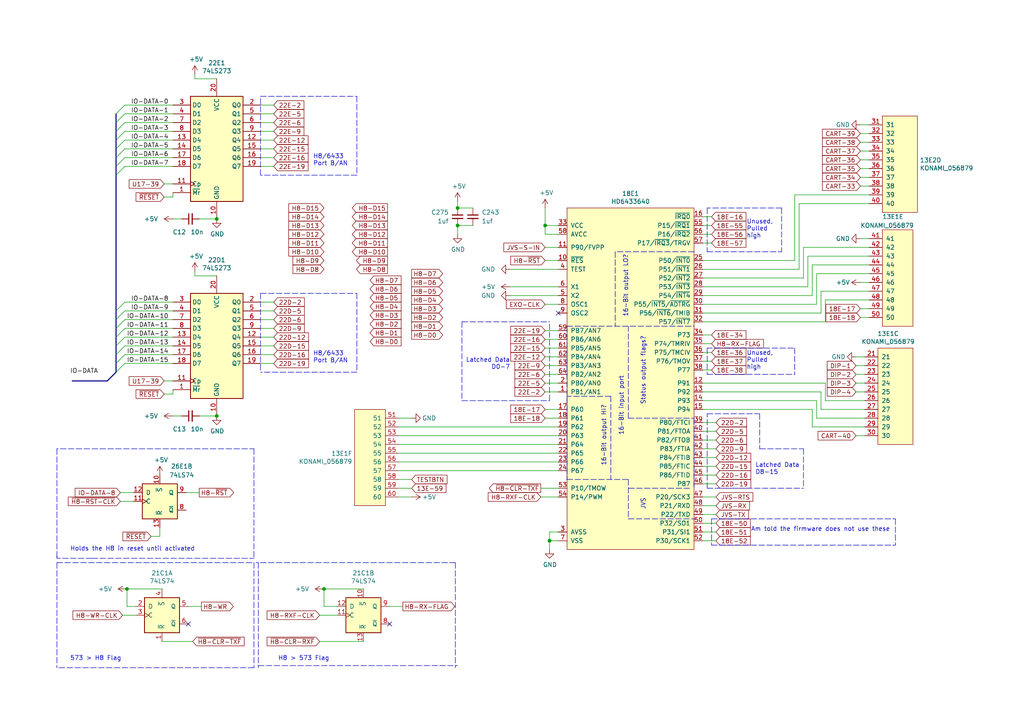
<source format=kicad_sch>
(kicad_sch (version 20211123) (generator eeschema)
  (paper "A4")
  (junction (at 159.385 156.845))
  (junction (at 132.715 60.325))
  (junction (at 36.83 170.815))
  (junction (at 93.98 170.815))
  (junction (at 158.115 65.405))
  (junction (at 62.865 63.5))
  (junction (at 62.865 120.65))
  (junction (at 132.715 65.405))
  (no_connect (at 161.925 90.805))
  (no_connect (at 113.03 180.975))
  (no_connect (at 54.61 180.975))
  (bus_entry (at 36.195 48.26) (size -2.54 2.54))
  (bus_entry (at 36.195 40.64) (size -2.54 2.54))
  (bus_entry (at 36.195 38.1) (size -2.54 2.54))
  (bus_entry (at 36.195 87.63) (size -2.54 2.54))
  (bus_entry (at 36.195 95.25) (size -2.54 2.54))
  (bus_entry (at 36.195 90.17) (size -2.54 2.54))
  (bus_entry (at 36.195 92.71) (size -2.54 2.54))
  (bus_entry (at 36.195 102.87) (size -2.54 2.54))
  (bus_entry (at 36.195 105.41) (size -2.54 2.54))
  (bus_entry (at 36.195 97.79) (size -2.54 2.54))
  (bus_entry (at 36.195 35.56) (size -2.54 2.54))
  (bus_entry (at 36.195 45.72) (size -2.54 2.54))
  (bus_entry (at 36.195 43.18) (size -2.54 2.54))
  (bus_entry (at 36.195 30.48) (size -2.54 2.54))
  (bus_entry (at 36.195 33.02) (size -2.54 2.54))
  (bus_entry (at 36.195 100.33) (size -2.54 2.54))
  (wire (pts (xy 233.045 71.755) (xy 233.045 80.645)))
  (wire (pts (xy 156.845 144.145) (xy 161.925 144.145)))
  (wire (pts (xy 203.835 97.155) (xy 206.375 97.155)))
  (wire (pts (xy 92.71 178.435) (xy 97.79 178.435)))
  (polyline (pts (xy 164.465 94.615) (xy 164.465 139.065)))
  (wire (pts (xy 203.835 127.635) (xy 207.645 127.635)))
  (wire (pts (xy 203.835 83.185) (xy 234.315 83.185)))
  (wire (pts (xy 75.565 102.87) (xy 79.375 102.87)))
  (wire (pts (xy 115.57 139.065) (xy 119.38 139.065)))
  (wire (pts (xy 50.165 105.41) (xy 36.195 105.41)))
  (wire (pts (xy 235.585 118.745) (xy 235.585 123.825)))
  (wire (pts (xy 161.925 154.305) (xy 159.385 154.305)))
  (wire (pts (xy 50.165 120.65) (xy 52.705 120.65)))
  (wire (pts (xy 203.835 132.715) (xy 207.645 132.715)))
  (wire (pts (xy 161.925 67.945) (xy 158.115 67.945)))
  (wire (pts (xy 147.955 85.725) (xy 161.925 85.725)))
  (wire (pts (xy 75.565 105.41) (xy 79.375 105.41)))
  (wire (pts (xy 203.835 137.795) (xy 207.645 137.795)))
  (wire (pts (xy 239.395 86.995) (xy 239.395 93.345)))
  (polyline (pts (xy 75.565 85.09) (xy 75.565 107.95)))
  (wire (pts (xy 158.115 100.965) (xy 161.925 100.965)))
  (wire (pts (xy 206.375 99.695) (xy 203.835 99.695)))
  (wire (pts (xy 158.115 121.285) (xy 161.925 121.285)))
  (wire (pts (xy 206.375 70.485) (xy 203.835 70.485)))
  (polyline (pts (xy 206.375 158.115) (xy 259.715 158.115)))
  (polyline (pts (xy 205.105 141.605) (xy 233.045 141.605)))
  (wire (pts (xy 53.975 142.875) (xy 57.785 142.875)))
  (polyline (pts (xy 75.565 27.94) (xy 103.505 27.94)))
  (wire (pts (xy 239.395 116.205) (xy 250.825 116.205)))
  (wire (pts (xy 75.565 95.25) (xy 79.375 95.25)))
  (polyline (pts (xy 26.035 130.175) (xy 16.51 130.175)))
  (polyline (pts (xy 178.435 73.025) (xy 178.435 94.615)))
  (wire (pts (xy 75.565 35.56) (xy 79.375 35.56)))
  (wire (pts (xy 249.555 48.895) (xy 252.095 48.895)))
  (polyline (pts (xy 177.165 114.935) (xy 177.165 139.065)))
  (wire (pts (xy 50.165 102.87) (xy 36.195 102.87)))
  (wire (pts (xy 203.835 125.095) (xy 207.645 125.095)))
  (polyline (pts (xy 205.105 120.015) (xy 220.345 120.015)))
  (wire (pts (xy 56.515 22.86) (xy 62.865 22.86)))
  (wire (pts (xy 248.285 103.505) (xy 250.825 103.505)))
  (wire (pts (xy 249.555 53.975) (xy 252.095 53.975)))
  (wire (pts (xy 158.115 103.505) (xy 161.925 103.505)))
  (polyline (pts (xy 164.465 94.615) (xy 201.295 94.615)))
  (wire (pts (xy 158.115 106.045) (xy 161.925 106.045)))
  (wire (pts (xy 50.165 43.18) (xy 36.195 43.18)))
  (wire (pts (xy 203.835 85.725) (xy 235.585 85.725)))
  (polyline (pts (xy 205.105 60.325) (xy 205.105 73.025)))
  (wire (pts (xy 203.835 75.565) (xy 230.505 75.565)))
  (polyline (pts (xy 16.51 161.925) (xy 16.51 161.29)))
  (wire (pts (xy 50.165 87.63) (xy 36.195 87.63)))
  (wire (pts (xy 203.835 62.865) (xy 206.375 62.865)))
  (polyline (pts (xy 205.105 100.965) (xy 205.105 108.585)))
  (wire (pts (xy 203.835 118.745) (xy 235.585 118.745)))
  (polyline (pts (xy 133.985 116.205) (xy 159.385 116.205)))
  (wire (pts (xy 35.56 178.435) (xy 39.37 178.435)))
  (wire (pts (xy 75.565 90.17) (xy 79.375 90.17)))
  (wire (pts (xy 119.38 121.285) (xy 115.57 121.285)))
  (wire (pts (xy 203.835 111.125) (xy 239.395 111.125)))
  (wire (pts (xy 75.565 48.26) (xy 79.375 48.26)))
  (wire (pts (xy 158.115 65.405) (xy 158.115 60.325)))
  (wire (pts (xy 207.645 146.685) (xy 203.835 146.685)))
  (polyline (pts (xy 220.345 120.015) (xy 220.345 130.175)))
  (wire (pts (xy 158.115 108.585) (xy 161.925 108.585)))
  (wire (pts (xy 203.835 93.345) (xy 239.395 93.345)))
  (wire (pts (xy 34.925 145.415) (xy 38.735 145.415)))
  (wire (pts (xy 249.555 92.075) (xy 252.095 92.075)))
  (bus (pts (xy 33.655 90.17) (xy 33.655 92.71)))
  (polyline (pts (xy 73.66 130.175) (xy 73.66 161.925)))
  (polyline (pts (xy 177.165 114.935) (xy 164.465 114.935)))
  (wire (pts (xy 207.645 151.765) (xy 203.835 151.765)))
  (wire (pts (xy 158.115 88.265) (xy 161.925 88.265)))
  (polyline (pts (xy 164.465 139.065) (xy 182.245 139.065)))
  (wire (pts (xy 158.115 98.425) (xy 161.925 98.425)))
  (bus (pts (xy 33.655 48.26) (xy 33.655 50.8)))
  (wire (pts (xy 203.835 149.225) (xy 207.645 149.225)))
  (polyline (pts (xy 75.565 85.09) (xy 103.505 85.09)))
  (wire (pts (xy 158.115 118.745) (xy 161.925 118.745)))
  (wire (pts (xy 231.775 59.055) (xy 231.775 78.105)))
  (wire (pts (xy 206.375 104.775) (xy 203.835 104.775)))
  (wire (pts (xy 249.555 46.355) (xy 252.095 46.355)))
  (wire (pts (xy 159.385 154.305) (xy 159.385 156.845)))
  (polyline (pts (xy 205.105 73.025) (xy 226.695 73.025)))
  (wire (pts (xy 147.955 78.105) (xy 161.925 78.105)))
  (wire (pts (xy 159.385 156.845) (xy 161.925 156.845)))
  (wire (pts (xy 238.125 118.745) (xy 250.825 118.745)))
  (polyline (pts (xy 182.245 121.285) (xy 201.295 121.285)))
  (wire (pts (xy 46.355 155.575) (xy 46.355 153.035)))
  (wire (pts (xy 239.395 111.125) (xy 239.395 116.205)))
  (wire (pts (xy 50.165 92.71) (xy 36.195 92.71)))
  (polyline (pts (xy 182.245 139.065) (xy 182.245 150.495)))
  (bus (pts (xy 33.655 100.33) (xy 33.655 102.87)))
  (wire (pts (xy 50.165 33.02) (xy 36.195 33.02)))
  (polyline (pts (xy 205.105 141.605) (xy 205.105 120.015)))
  (polyline (pts (xy 201.295 73.025) (xy 178.435 73.025)))
  (wire (pts (xy 203.835 130.175) (xy 207.645 130.175)))
  (wire (pts (xy 47.625 53.34) (xy 50.165 53.34)))
  (bus (pts (xy 33.655 43.18) (xy 33.655 45.72)))
  (polyline (pts (xy 226.695 60.325) (xy 226.695 73.025)))
  (bus (pts (xy 33.655 45.72) (xy 33.655 48.26)))
  (wire (pts (xy 230.505 56.515) (xy 230.505 75.565)))
  (bus (pts (xy 33.655 102.87) (xy 33.655 105.41)))
  (wire (pts (xy 159.385 159.385) (xy 159.385 156.845)))
  (wire (pts (xy 203.835 102.235) (xy 206.375 102.235)))
  (wire (pts (xy 158.115 111.125) (xy 161.925 111.125)))
  (wire (pts (xy 132.715 65.405) (xy 132.715 67.945)))
  (polyline (pts (xy 200.025 141.605) (xy 182.245 141.605)))
  (polyline (pts (xy 16.51 163.195) (xy 73.66 163.195)))
  (wire (pts (xy 47.625 110.49) (xy 50.165 110.49)))
  (wire (pts (xy 47.625 57.15) (xy 50.165 57.15)))
  (bus (pts (xy 33.655 40.64) (xy 33.655 43.18)))
  (polyline (pts (xy 226.695 60.325) (xy 205.105 60.325)))
  (wire (pts (xy 156.845 141.605) (xy 161.925 141.605)))
  (polyline (pts (xy 259.715 150.495) (xy 259.715 158.115)))
  (wire (pts (xy 115.57 131.445) (xy 161.925 131.445)))
  (polyline (pts (xy 205.105 108.585) (xy 230.505 108.585)))
  (wire (pts (xy 56.515 80.01) (xy 62.865 80.01)))
  (polyline (pts (xy 103.505 50.8) (xy 75.565 50.8)))
  (wire (pts (xy 158.115 113.665) (xy 161.925 113.665)))
  (bus (pts (xy 33.655 95.25) (xy 33.655 97.79)))
  (wire (pts (xy 50.165 90.17) (xy 36.195 90.17)))
  (wire (pts (xy 50.165 35.56) (xy 36.195 35.56)))
  (wire (pts (xy 36.83 170.815) (xy 46.99 170.815)))
  (wire (pts (xy 203.835 135.255) (xy 207.645 135.255)))
  (wire (pts (xy 137.16 65.405) (xy 132.715 65.405)))
  (polyline (pts (xy 26.67 161.925) (xy 16.51 161.925)))
  (wire (pts (xy 119.38 144.145) (xy 115.57 144.145)))
  (wire (pts (xy 50.165 45.72) (xy 36.195 45.72)))
  (wire (pts (xy 56.515 78.74) (xy 56.515 80.01)))
  (wire (pts (xy 203.835 156.845) (xy 207.645 156.845)))
  (polyline (pts (xy 75.565 50.8) (xy 75.565 27.94)))
  (wire (pts (xy 249.555 69.215) (xy 252.095 69.215)))
  (polyline (pts (xy 103.505 27.94) (xy 103.505 50.8)))
  (wire (pts (xy 238.125 113.665) (xy 238.125 118.745)))
  (bus (pts (xy 20.955 110.49) (xy 31.115 110.49)))
  (polyline (pts (xy 26.67 130.175) (xy 73.66 130.175)))
  (wire (pts (xy 115.57 133.985) (xy 161.925 133.985)))
  (wire (pts (xy 50.165 97.79) (xy 36.195 97.79)))
  (polyline (pts (xy 132.08 163.195) (xy 132.08 193.675)))
  (wire (pts (xy 92.71 186.055) (xy 105.41 186.055)))
  (wire (pts (xy 203.835 122.555) (xy 207.645 122.555)))
  (wire (pts (xy 249.555 38.735) (xy 252.095 38.735)))
  (wire (pts (xy 252.095 76.835) (xy 235.585 76.835)))
  (wire (pts (xy 75.565 43.18) (xy 79.375 43.18)))
  (wire (pts (xy 50.165 38.1) (xy 36.195 38.1)))
  (wire (pts (xy 75.565 45.72) (xy 79.375 45.72)))
  (polyline (pts (xy 182.245 121.285) (xy 182.245 94.615)))
  (wire (pts (xy 62.865 63.5) (xy 57.785 63.5)))
  (wire (pts (xy 203.835 88.265) (xy 236.855 88.265)))
  (bus (pts (xy 33.655 33.02) (xy 33.655 35.56)))
  (wire (pts (xy 43.815 155.575) (xy 46.355 155.575)))
  (polyline (pts (xy 73.66 193.675) (xy 16.51 193.675)))
  (wire (pts (xy 236.855 79.375) (xy 236.855 88.265)))
  (polyline (pts (xy 73.66 163.195) (xy 73.66 193.675)))
  (wire (pts (xy 249.555 81.915) (xy 252.095 81.915)))
  (wire (pts (xy 248.285 106.045) (xy 250.825 106.045)))
  (polyline (pts (xy 208.915 100.965) (xy 205.105 100.965)))
  (wire (pts (xy 50.165 114.3) (xy 50.165 113.03)))
  (wire (pts (xy 75.565 30.48) (xy 79.375 30.48)))
  (wire (pts (xy 93.98 175.895) (xy 93.98 170.815)))
  (wire (pts (xy 203.835 107.315) (xy 206.375 107.315)))
  (wire (pts (xy 249.555 41.275) (xy 252.095 41.275)))
  (wire (pts (xy 248.285 111.125) (xy 250.825 111.125)))
  (wire (pts (xy 75.565 38.1) (xy 79.375 38.1)))
  (wire (pts (xy 50.165 63.5) (xy 52.705 63.5)))
  (wire (pts (xy 230.505 56.515) (xy 252.095 56.515)))
  (wire (pts (xy 161.925 65.405) (xy 158.115 65.405)))
  (wire (pts (xy 203.835 113.665) (xy 238.125 113.665)))
  (wire (pts (xy 36.83 175.895) (xy 39.37 175.895)))
  (wire (pts (xy 115.57 126.365) (xy 161.925 126.365)))
  (wire (pts (xy 207.645 154.305) (xy 203.835 154.305)))
  (wire (pts (xy 50.165 48.26) (xy 36.195 48.26)))
  (wire (pts (xy 203.835 67.945) (xy 206.375 67.945)))
  (polyline (pts (xy 233.045 130.175) (xy 233.045 141.605)))
  (wire (pts (xy 62.865 120.65) (xy 57.785 120.65)))
  (wire (pts (xy 207.645 144.145) (xy 203.835 144.145)))
  (wire (pts (xy 97.79 175.895) (xy 93.98 175.895)))
  (wire (pts (xy 36.83 170.815) (xy 36.83 175.895)))
  (wire (pts (xy 75.565 33.02) (xy 79.375 33.02)))
  (wire (pts (xy 203.835 140.335) (xy 207.645 140.335)))
  (wire (pts (xy 252.095 89.535) (xy 249.555 89.535)))
  (wire (pts (xy 34.925 142.875) (xy 38.735 142.875)))
  (polyline (pts (xy 103.505 85.09) (xy 103.505 107.95)))
  (polyline (pts (xy 74.93 163.195) (xy 74.93 193.675)))
  (wire (pts (xy 235.585 76.835) (xy 235.585 85.725)))
  (wire (pts (xy 231.775 59.055) (xy 252.095 59.055)))
  (wire (pts (xy 75.565 87.63) (xy 79.375 87.63)))
  (wire (pts (xy 56.515 21.59) (xy 56.515 22.86)))
  (polyline (pts (xy 230.505 100.965) (xy 230.505 108.585)))
  (polyline (pts (xy 206.375 150.495) (xy 206.375 158.115)))
  (wire (pts (xy 250.825 108.585) (xy 248.285 108.585)))
  (polyline (pts (xy 133.985 93.345) (xy 159.385 93.345)))
  (wire (pts (xy 75.565 40.64) (xy 79.375 40.64)))
  (polyline (pts (xy 16.51 163.195) (xy 16.51 193.675)))
  (wire (pts (xy 249.555 51.435) (xy 252.095 51.435)))
  (wire (pts (xy 238.125 84.455) (xy 238.125 90.805)))
  (wire (pts (xy 250.825 113.665) (xy 248.285 113.665)))
  (wire (pts (xy 113.03 175.895) (xy 116.84 175.895)))
  (wire (pts (xy 206.375 65.405) (xy 203.835 65.405)))
  (wire (pts (xy 252.095 84.455) (xy 238.125 84.455)))
  (wire (pts (xy 50.165 57.15) (xy 50.165 55.88)))
  (wire (pts (xy 203.835 80.645) (xy 233.045 80.645)))
  (wire (pts (xy 115.57 123.825) (xy 161.925 123.825)))
  (wire (pts (xy 132.715 58.42) (xy 132.715 60.325)))
  (wire (pts (xy 132.715 60.325) (xy 137.16 60.325)))
  (wire (pts (xy 235.585 123.825) (xy 250.825 123.825)))
  (wire (pts (xy 236.855 116.205) (xy 236.855 121.285)))
  (wire (pts (xy 147.955 83.185) (xy 161.925 83.185)))
  (bus (pts (xy 33.655 97.79) (xy 33.655 100.33)))
  (bus (pts (xy 31.115 110.49) (xy 33.655 107.95)))
  (wire (pts (xy 203.835 78.105) (xy 231.775 78.105)))
  (bus (pts (xy 33.655 50.8) (xy 33.655 90.17)))
  (wire (pts (xy 75.565 100.33) (xy 79.375 100.33)))
  (wire (pts (xy 115.57 136.525) (xy 161.925 136.525)))
  (wire (pts (xy 47.625 114.3) (xy 50.165 114.3)))
  (polyline (pts (xy 159.385 116.205) (xy 159.385 93.345)))
  (wire (pts (xy 54.61 175.895) (xy 58.42 175.895)))
  (polyline (pts (xy 220.345 130.175) (xy 233.045 130.175)))
  (wire (pts (xy 158.115 71.755) (xy 161.925 71.755)))
  (wire (pts (xy 252.095 74.295) (xy 234.315 74.295)))
  (wire (pts (xy 50.165 100.33) (xy 36.195 100.33)))
  (wire (pts (xy 50.165 30.48) (xy 36.195 30.48)))
  (wire (pts (xy 203.835 116.205) (xy 236.855 116.205)))
  (wire (pts (xy 234.315 83.185) (xy 234.315 74.295)))
  (wire (pts (xy 236.855 121.285) (xy 250.825 121.285)))
  (polyline (pts (xy 206.375 150.495) (xy 259.715 150.495)))
  (polyline (pts (xy 201.295 121.285) (xy 201.295 141.605)))
  (wire (pts (xy 158.115 95.885) (xy 161.925 95.885)))
  (wire (pts (xy 158.115 75.565) (xy 161.925 75.565)))
  (polyline (pts (xy 74.93 193.04) (xy 132.715 193.04)))
  (wire (pts (xy 203.835 90.805) (xy 238.125 90.805)))
  (wire (pts (xy 252.095 86.995) (xy 239.395 86.995)))
  (polyline (pts (xy 26.67 161.925) (xy 73.66 161.925)))
  (wire (pts (xy 252.095 79.375) (xy 236.855 79.375)))
  (polyline (pts (xy 210.185 100.965) (xy 230.505 100.965)))
  (wire (pts (xy 50.165 95.25) (xy 36.195 95.25)))
  (wire (pts (xy 158.115 67.945) (xy 158.115 65.405)))
  (bus (pts (xy 33.655 38.1) (xy 33.655 40.64)))
  (wire (pts (xy 75.565 97.79) (xy 79.375 97.79)))
  (bus (pts (xy 33.655 105.41) (xy 33.655 107.95)))
  (wire (pts (xy 252.095 71.755) (xy 233.045 71.755)))
  (polyline (pts (xy 182.245 150.495) (xy 201.295 150.495)))
  (bus (pts (xy 33.655 35.56) (xy 33.655 38.1)))
  (polyline (pts (xy 133.985 93.345) (xy 133.985 116.205)))
  (wire (pts (xy 119.38 141.605) (xy 115.57 141.605)))
  (wire (pts (xy 46.99 186.055) (xy 55.88 186.055)))
  (wire (pts (xy 249.555 43.815) (xy 252.095 43.815)))
  (wire (pts (xy 249.555 36.195) (xy 252.095 36.195)))
  (wire (pts (xy 93.98 170.815) (xy 105.41 170.815)))
  (wire (pts (xy 50.165 40.64) (xy 36.195 40.64)))
  (wire (pts (xy 75.565 92.71) (xy 79.375 92.71)))
  (bus (pts (xy 33.655 92.71) (xy 33.655 95.25)))
  (wire (pts (xy 115.57 128.905) (xy 161.925 128.905)))
  (polyline (pts (xy 16.51 130.175) (xy 16.51 161.925)))
  (polyline (pts (xy 132.08 163.195) (xy 74.295 163.195)))
  (wire (pts (xy 248.285 126.365) (xy 250.825 126.365)))
  (polyline (pts (xy 103.505 107.95) (xy 75.565 107.95)))
  (text "H8/6433\nPort B/AN" (at 90.805 48.26 0) (effects (font (size 1.27 1.27)) (justify left bottom)))
  (text "Am told the firmware does not use these" (at 217.805 154.305 0) (effects (font (size 1.27 1.27)) (justify left bottom)))
  (text "Latched Data\nD0-7" (at 147.955 107.315 180) (effects (font (size 1.27 1.27)) (justify right bottom)))
  (text "Status output flags?" (at 187.325 117.475 90) (effects (font (size 1.27 1.27)) (justify left bottom)))
  (text "Unused,\nPulled\nhigh" (at 216.535 107.315 0) (effects (font (size 1.27 1.27)) (justify left bottom)))
  (text "16-Bit input port" (at 180.975 126.365 90) (effects (font (size 1.27 1.27)) (justify left bottom)))
  (text "16-Bit output HI?" (at 175.895 135.255 90) (effects (font (size 1.27 1.27)) (justify left bottom)))
  (text "JVS" (at 187.325 147.955 90) (effects (font (size 1.27 1.27)) (justify left bottom)))
  (text "H8 > 573 Flag" (at 80.645 191.77 0) (effects (font (size 1.27 1.27)) (justify left bottom)))
  (text "16-Bit output LO?" (at 182.245 92.075 90) (effects (font (size 1.27 1.27)) (justify left bottom)))
  (text "Unused,\nPulled\nhigh" (at 216.535 69.215 0) (effects (font (size 1.27 1.27)) (justify left bottom)))
  (text "Holds the H8 in reset until activated" (at 20.32 160.02 0) (effects (font (size 1.27 1.27)) (justify left bottom)))
  (text "H8/6433\nPort B/AN" (at 90.805 105.41 0) (effects (font (size 1.27 1.27)) (justify left bottom)))
  (text "Latched Data\nD8-15" (at 219.075 137.795 0) (effects (font (size 1.27 1.27)) (justify left bottom)))
  (text "573 > H8 Flag" (at 20.32 191.77 0) (effects (font (size 1.27 1.27)) (justify left bottom)))
  (label "IO-DATA-8" (at 48.895 87.63 180))
  (label "IO-DATA-2" (at 48.895 35.56 180))
  (label "IO-DATA-14" (at 48.895 102.87 180))
  (label "IO-DATA-1" (at 48.895 33.02 180))
  (label "IO-DATA-11" (at 48.895 95.25 180))
  (label "IO-DATA-6" (at 48.895 45.72 180))
  (label "IO-DATA-3" (at 48.895 38.1 180))
  (label "IO-DATA-10" (at 48.895 92.71 180))
  (label "IO-DATA-7" (at 48.895 48.26 180))
  (label "IO-DATA-12" (at 48.895 97.79 180))
  (label "IO-DATA-13" (at 48.895 100.33 180))
  (label "IO-DATA-0" (at 48.895 30.48 180))
  (label "IO-DATA" (at 20.32 108.585 0))
  (label "IO-DATA-5" (at 48.895 43.18 180))
  (label "IO-DATA-9" (at 48.895 90.17 180))
  (label "IO-DATA-4" (at 48.895 40.64 180))
  (label "IO-DATA-15" (at 48.895 105.41 180))
  (global_label "22D-5" (shape input) (at 79.375 90.17 0) (property "Intersheet References" "${INTERSHEET_REFS}" (effects hide)))
  (global_label "H8-D14" (shape output) (at 112.395 62.865 180) (property "Intersheet References" "${INTERSHEET_REFS}" (effects hide)))
  (global_label "H8-D12" (shape input) (at 93.98 67.945 180) (property "Intersheet References" "${INTERSHEET_REFS}" (effects hide)))
  (global_label "CART-38" (shape input) (at 249.555 41.275 180) (property "Intersheet References" "${INTERSHEET_REFS}" (effects hide)))
  (global_label "22D-19" (shape input) (at 79.375 105.41 0) (property "Intersheet References" "${INTERSHEET_REFS}" (effects hide)))
  (global_label "H8-D7" (shape output) (at 119.38 79.375 0) (property "Intersheet References" "${INTERSHEET_REFS}" (effects hide)))
  (global_label "22E-5" (shape input) (at 158.115 111.125 180) (property "Intersheet References" "${INTERSHEET_REFS}" (effects hide)))
  (global_label "H8-D9" (shape output) (at 112.395 75.565 180) (property "Intersheet References" "${INTERSHEET_REFS}" (effects hide)))
  (global_label "18E-17" (shape input) (at 249.555 89.535 180) (property "Intersheet References" "${INTERSHEET_REFS}" (effects hide)))
  (global_label "H8-D6" (shape input) (at 107.315 83.82 0) (property "Intersheet References" "${INTERSHEET_REFS}" (effects hide)))
  (global_label "H8-D5" (shape output) (at 119.38 84.455 0) (property "Intersheet References" "${INTERSHEET_REFS}" (effects hide)))
  (global_label "CART-35" (shape input) (at 249.555 48.895 180) (property "Intersheet References" "${INTERSHEET_REFS}" (effects hide)))
  (global_label "H8-D8" (shape output) (at 112.395 78.105 180) (property "Intersheet References" "${INTERSHEET_REFS}" (effects hide)))
  (global_label "H8-D14" (shape input) (at 93.98 62.865 180) (property "Intersheet References" "${INTERSHEET_REFS}" (effects hide)))
  (global_label "18E-34" (shape input) (at 206.375 97.155 0) (property "Intersheet References" "${INTERSHEET_REFS}" (effects hide)))
  (global_label "22D-9" (shape input) (at 79.375 95.25 0) (property "Intersheet References" "${INTERSHEET_REFS}" (effects hide)))
  (global_label "JVS-RTS" (shape input) (at 207.645 144.145 0) (property "Intersheet References" "${INTERSHEET_REFS}" (effects hide)))
  (global_label "H8-D10" (shape output) (at 112.395 73.025 180) (property "Intersheet References" "${INTERSHEET_REFS}" (effects hide)))
  (global_label "~{H8-CLR-TXF}" (shape input) (at 55.88 186.055 0) (property "Intersheet References" "${INTERSHEET_REFS}" (effects hide)))
  (global_label "13E-59" (shape input) (at 119.38 141.605 0) (property "Intersheet References" "${INTERSHEET_REFS}" (effects hide)))
  (global_label "U17-39" (shape input) (at 47.625 110.49 180) (property "Intersheet References" "${INTERSHEET_REFS}" (effects hide)))
  (global_label "22E-19" (shape input) (at 79.375 48.26 0) (property "Intersheet References" "${INTERSHEET_REFS}" (effects hide)))
  (global_label "DIP-2" (shape input) (at 248.285 108.585 180) (property "Intersheet References" "${INTERSHEET_REFS}" (effects hide)))
  (global_label "H8-D2" (shape input) (at 107.315 93.98 0) (property "Intersheet References" "${INTERSHEET_REFS}" (effects hide)))
  (global_label "18E-38" (shape input) (at 206.375 107.315 0) (property "Intersheet References" "${INTERSHEET_REFS}" (effects hide)))
  (global_label "18E-16" (shape input) (at 206.375 62.865 0) (property "Intersheet References" "${INTERSHEET_REFS}" (effects hide)))
  (global_label "18E-18" (shape input) (at 158.115 121.285 180) (property "Intersheet References" "${INTERSHEET_REFS}" (effects hide)))
  (global_label "H8-WR" (shape output) (at 58.42 175.895 0) (property "Intersheet References" "${INTERSHEET_REFS}" (effects hide)))
  (global_label "CART-40" (shape input) (at 248.285 126.365 180) (property "Intersheet References" "${INTERSHEET_REFS}" (effects hide)))
  (global_label "H8-D0" (shape output) (at 119.38 97.155 0) (property "Intersheet References" "${INTERSHEET_REFS}" (effects hide)))
  (global_label "22D-6" (shape input) (at 79.375 92.71 0) (property "Intersheet References" "${INTERSHEET_REFS}" (effects hide)))
  (global_label "18E-50" (shape input) (at 207.645 151.765 0) (property "Intersheet References" "${INTERSHEET_REFS}" (effects hide)))
  (global_label "22D-9" (shape input) (at 207.645 130.175 0) (property "Intersheet References" "${INTERSHEET_REFS}" (effects hide)))
  (global_label "22D-2" (shape input) (at 207.645 122.555 0) (property "Intersheet References" "${INTERSHEET_REFS}" (effects hide)))
  (global_label "~{RESET}" (shape input) (at 47.625 57.15 180) (property "Intersheet References" "${INTERSHEET_REFS}" (effects hide)))
  (global_label "H8-D13" (shape output) (at 112.395 65.405 180) (property "Intersheet References" "${INTERSHEET_REFS}" (effects hide)))
  (global_label "CART-33" (shape input) (at 249.555 53.975 180) (property "Intersheet References" "${INTERSHEET_REFS}" (effects hide)))
  (global_label "18E-56" (shape input) (at 206.375 67.945 0) (property "Intersheet References" "${INTERSHEET_REFS}" (effects hide)))
  (global_label "22E-12" (shape input) (at 79.375 40.64 0) (property "Intersheet References" "${INTERSHEET_REFS}" (effects hide)))
  (global_label "H8-D13" (shape input) (at 93.98 65.405 180) (property "Intersheet References" "${INTERSHEET_REFS}" (effects hide)))
  (global_label "H8-D0" (shape input) (at 107.315 99.06 0) (property "Intersheet References" "${INTERSHEET_REFS}" (effects hide)))
  (global_label "H8-D10" (shape input) (at 93.98 73.025 180) (property "Intersheet References" "${INTERSHEET_REFS}" (effects hide)))
  (global_label "H8-D6" (shape output) (at 119.38 81.915 0) (property "Intersheet References" "${INTERSHEET_REFS}" (effects hide)))
  (global_label "H8-~{RST}" (shape output) (at 57.785 142.875 0) (property "Intersheet References" "${INTERSHEET_REFS}" (effects hide)))
  (global_label "22D-15" (shape input) (at 79.375 100.33 0) (property "Intersheet References" "${INTERSHEET_REFS}" (effects hide)))
  (global_label "DIP-1" (shape input) (at 248.285 106.045 180) (property "Intersheet References" "${INTERSHEET_REFS}" (effects hide)))
  (global_label "22D-12" (shape input) (at 207.645 132.715 0) (property "Intersheet References" "${INTERSHEET_REFS}" (effects hide)))
  (global_label "H8-D5" (shape input) (at 107.315 86.36 0) (property "Intersheet References" "${INTERSHEET_REFS}" (effects hide)))
  (global_label "22E-6" (shape input) (at 158.115 108.585 180) (property "Intersheet References" "${INTERSHEET_REFS}" (effects hide)))
  (global_label "22E-16" (shape input) (at 79.375 45.72 0) (property "Intersheet References" "${INTERSHEET_REFS}" (effects hide)))
  (global_label "H8-~{RST}" (shape input) (at 158.115 75.565 180) (property "Intersheet References" "${INTERSHEET_REFS}" (effects hide)))
  (global_label "H8-RXF-CLK" (shape input) (at 92.71 178.435 180) (property "Intersheet References" "${INTERSHEET_REFS}" (effects hide)))
  (global_label "22D-5" (shape input) (at 207.645 125.095 0) (property "Intersheet References" "${INTERSHEET_REFS}" (effects hide)))
  (global_label "22E-19" (shape input) (at 158.115 95.885 180) (property "Intersheet References" "${INTERSHEET_REFS}" (effects hide)))
  (global_label "CART-36" (shape input) (at 249.555 46.355 180) (property "Intersheet References" "${INTERSHEET_REFS}" (effects hide)))
  (global_label "H8-D3" (shape input) (at 107.315 91.44 0) (property "Intersheet References" "${INTERSHEET_REFS}" (effects hide)))
  (global_label "H8-D11" (shape output) (at 112.395 70.485 180) (property "Intersheet References" "${INTERSHEET_REFS}" (effects hide)))
  (global_label "H8-D1" (shape input) (at 107.315 96.52 0) (property "Intersheet References" "${INTERSHEET_REFS}" (effects hide)))
  (global_label "22E-9" (shape input) (at 158.115 106.045 180) (property "Intersheet References" "${INTERSHEET_REFS}" (effects hide)))
  (global_label "22D-19" (shape input) (at 207.645 140.335 0) (property "Intersheet References" "${INTERSHEET_REFS}" (effects hide)))
  (global_label "18E-36" (shape input) (at 206.375 102.235 0) (property "Intersheet References" "${INTERSHEET_REFS}" (effects hide)))
  (global_label "~{RESET}" (shape input) (at 43.815 155.575 180) (property "Intersheet References" "${INTERSHEET_REFS}" (effects hide)))
  (global_label "H8-D15" (shape input) (at 93.98 60.325 180) (property "Intersheet References" "${INTERSHEET_REFS}" (effects hide)))
  (global_label "18E-17" (shape input) (at 158.115 118.745 180) (property "Intersheet References" "${INTERSHEET_REFS}" (effects hide)))
  (global_label "22E-12" (shape input) (at 158.115 103.505 180) (property "Intersheet References" "${INTERSHEET_REFS}" (effects hide)))
  (global_label "H8-WR-CLK" (shape input) (at 35.56 178.435 180) (property "Intersheet References" "${INTERSHEET_REFS}" (effects hide)))
  (global_label "H8-D12" (shape output) (at 112.395 67.945 180) (property "Intersheet References" "${INTERSHEET_REFS}" (effects hide)))
  (global_label "22D-6" (shape input) (at 207.645 127.635 0) (property "Intersheet References" "${INTERSHEET_REFS}" (effects hide)))
  (global_label "CART-34" (shape input) (at 249.555 51.435 180) (property "Intersheet References" "${INTERSHEET_REFS}" (effects hide)))
  (global_label "H8-D3" (shape output) (at 119.38 89.535 0) (property "Intersheet References" "${INTERSHEET_REFS}" (effects hide)))
  (global_label "IO-DATA-8" (shape input) (at 34.925 142.875 180) (property "Intersheet References" "${INTERSHEET_REFS}" (effects hide)))
  (global_label "18E-37" (shape input) (at 206.375 104.775 0) (property "Intersheet References" "${INTERSHEET_REFS}" (effects hide)))
  (global_label "CART-39" (shape input) (at 249.555 38.735 180) (property "Intersheet References" "${INTERSHEET_REFS}" (effects hide)))
  (global_label "~{H8-CLR-TXF}" (shape output) (at 156.845 141.605 180) (property "Intersheet References" "${INTERSHEET_REFS}" (effects hide)))
  (global_label "22E-9" (shape input) (at 79.375 38.1 0) (property "Intersheet References" "${INTERSHEET_REFS}" (effects hide)))
  (global_label "22D-16" (shape input) (at 207.645 137.795 0) (property "Intersheet References" "${INTERSHEET_REFS}" (effects hide)))
  (global_label "18E-18" (shape input) (at 249.555 92.075 180) (property "Intersheet References" "${INTERSHEET_REFS}" (effects hide)))
  (global_label "H8-D8" (shape input) (at 93.98 78.105 180) (property "Intersheet References" "${INTERSHEET_REFS}" (effects hide)))
  (global_label "22E-15" (shape input) (at 158.115 100.965 180) (property "Intersheet References" "${INTERSHEET_REFS}" (effects hide)))
  (global_label "22E-15" (shape input) (at 79.375 43.18 0) (property "Intersheet References" "${INTERSHEET_REFS}" (effects hide)))
  (global_label "H8-D4" (shape input) (at 107.315 88.9 0) (property "Intersheet References" "${INTERSHEET_REFS}" (effects hide)))
  (global_label "H8-RXF-CLK" (shape input) (at 156.845 144.145 180) (property "Intersheet References" "${INTERSHEET_REFS}" (effects hide)))
  (global_label "JVS-RX" (shape input) (at 207.645 146.685 0) (property "Intersheet References" "${INTERSHEET_REFS}" (effects hide)))
  (global_label "CART-37" (shape input) (at 249.555 43.815 180) (property "Intersheet References" "${INTERSHEET_REFS}" (effects hide)))
  (global_label "U17-39" (shape input) (at 47.625 53.34 180) (property "Intersheet References" "${INTERSHEET_REFS}" (effects hide)))
  (global_label "H8-RX-FLAG" (shape input) (at 206.375 99.695 0) (property "Intersheet References" "${INTERSHEET_REFS}" (effects hide)))
  (global_label "18E-55" (shape input) (at 206.375 65.405 0) (property "Intersheet References" "${INTERSHEET_REFS}" (effects hide)))
  (global_label "EXO-CLK" (shape input) (at 158.115 88.265 180) (property "Intersheet References" "${INTERSHEET_REFS}" (effects hide)))
  (global_label "TESTBTN" (shape input) (at 119.38 139.065 0) (property "Intersheet References" "${INTERSHEET_REFS}" (effects hide)))
  (global_label "22E-2" (shape input) (at 158.115 113.665 180) (property "Intersheet References" "${INTERSHEET_REFS}" (effects hide)))
  (global_label "22E-16" (shape input) (at 158.115 98.425 180) (property "Intersheet References" "${INTERSHEET_REFS}" (effects hide)))
  (global_label "H8-D4" (shape output) (at 119.38 86.995 0) (property "Intersheet References" "${INTERSHEET_REFS}" (effects hide)))
  (global_label "22E-6" (shape input) (at 79.375 35.56 0) (property "Intersheet References" "${INTERSHEET_REFS}" (effects hide)))
  (global_label "18E-52" (shape input) (at 207.645 156.845 0) (property "Intersheet References" "${INTERSHEET_REFS}" (effects hide)))
  (global_label "DIP-3" (shape input) (at 248.285 111.125 180) (property "Intersheet References" "${INTERSHEET_REFS}" (effects hide)))
  (global_label "JVS-TX" (shape input) (at 207.645 149.225 0) (property "Intersheet References" "${INTERSHEET_REFS}" (effects hide)))
  (global_label "H8-D2" (shape output) (at 119.38 92.075 0) (property "Intersheet References" "${INTERSHEET_REFS}" (effects hide)))
  (global_label "~{H8-RST-CLK}" (shape input) (at 34.925 145.415 180) (property "Intersheet References" "${INTERSHEET_REFS}" (effects hide)))
  (global_label "22D-15" (shape input) (at 207.645 135.255 0) (property "Intersheet References" "${INTERSHEET_REFS}" (effects hide)))
  (global_label "H8-D11" (shape input) (at 93.98 70.485 180) (property "Intersheet References" "${INTERSHEET_REFS}" (effects hide)))
  (global_label "~{RESET}" (shape input) (at 47.625 114.3 180) (property "Intersheet References" "${INTERSHEET_REFS}" (effects hide)))
  (global_label "H8-RX-FLAG" (shape output) (at 116.84 175.895 0) (property "Intersheet References" "${INTERSHEET_REFS}" (effects hide)))
  (global_label "H8-D7" (shape input) (at 107.315 81.28 0) (property "Intersheet References" "${INTERSHEET_REFS}" (effects hide)))
  (global_label "H8-D9" (shape input) (at 93.98 75.565 180) (property "Intersheet References" "${INTERSHEET_REFS}" (effects hide)))
  (global_label "DIP-4" (shape input) (at 248.285 113.665 180) (property "Intersheet References" "${INTERSHEET_REFS}" (effects hide)))
  (global_label "22D-12" (shape input) (at 79.375 97.79 0) (property "Intersheet References" "${INTERSHEET_REFS}" (effects hide)))
  (global_label "22E-2" (shape input) (at 79.375 30.48 0) (property "Intersheet References" "${INTERSHEET_REFS}" (effects hide)))
  (global_label "18E-57" (shape input) (at 206.375 70.485 0) (property "Intersheet References" "${INTERSHEET_REFS}" (effects hide)))
  (global_label "JVS-S-IN" (shape input) (at 158.115 71.755 180) (property "Intersheet References" "${INTERSHEET_REFS}" (effects hide)))
  (global_label "22E-5" (shape input) (at 79.375 33.02 0) (property "Intersheet References" "${INTERSHEET_REFS}" (effects hide)))
  (global_label "22D-16" (shape input) (at 79.375 102.87 0) (property "Intersheet References" "${INTERSHEET_REFS}" (effects hide)))
  (global_label "H8-D15" (shape output) (at 112.395 60.325 180) (property "Intersheet References" "${INTERSHEET_REFS}" (effects hide)))
  (global_label "H8-D1" (shape output) (at 119.38 94.615 0) (property "Intersheet References" "${INTERSHEET_REFS}" (effects hide)))
  (global_label "18E-51" (shape input) (at 207.645 154.305 0) (property "Intersheet References" "${INTERSHEET_REFS}" (effects hide)))
  (global_label "22D-2" (shape input) (at 79.375 87.63 0) (property "Intersheet References" "${INTERSHEET_REFS}" (effects hide)))
  (global_label "~{H8-CLR-RXF}" (shape input) (at 92.71 186.055 180) (property "Intersheet References" "${INTERSHEET_REFS}" (effects hide)))
  (symbol (lib_id "74xx:74LS74") (at 46.99 178.435 0) (unit 1)
    (property "Reference" "21C1" (at 46.99 166.2176 0))
    (property "Value" "74LS74" (at 46.99 168.529 0))
    (property "Footprint" "Package_SO:SO-14_3.9x8.65mm_P1.27mm" (effects hide))
    (property "Datasheet" "74xx/74hc_hct74.pdf" (effects hide))
  )
  (symbol (lib_id "power:+5V") (at 36.83 170.815 90) (unit 1)
    (property "Reference" "#PWR0178" (effects hide))
    (property "Value" "+5V" (at 30.48 170.815 90))
  )
  (symbol (lib_id "MCU_Hitachi:HD6433640") (at 183.515 113.665 0) (unit 1)
    (property "Reference" "18E1" (at 182.88 56.134 0))
    (property "Value" "HD6433640" (at 182.88 58.4454 0))
    (property "Footprint" "Package_QFP:TQFP-64_10x10mm_P0.5mm" (effects hide))
  )
  (symbol (lib_id "power:+5V") (at 158.115 60.325 0) (unit 1)
    (property "Reference" "#PWR0158" (effects hide))
    (property "Value" "+5V" (at 158.496 55.9308 0))
  )
  (symbol (lib_id "Arcade:KONAMI_056879") (at 106.68 149.225 0) (mirror y) (unit 6)
    (property "Reference" "13E1" (at 102.1588 131.5466 0) (effects (justify left)))
    (property "Value" "KONAMI_056879" (at 102.1588 133.858 0) (effects (justify left)))
    (property "Footprint" "Package_QFP:TQFP-120_14x14mm_P0.4mm" (effects hide))
  )
  (symbol (lib_id "Arcade:KONAMI_056879") (at 259.715 131.445 0) (unit 3)
    (property "Reference" "13E1" (at 257.6068 96.774 0))
    (property "Value" "KONAMI_056879" (at 257.6068 99.0854 0))
    (property "Footprint" "Package_QFP:TQFP-120_14x14mm_P0.4mm" (effects hide))
  )
  (symbol (lib_id "power:GND") (at 248.285 103.505 270) (unit 1)
    (property "Reference" "#PWR0159" (effects hide))
    (property "Value" "GND" (at 243.205 103.505 90))
  )
  (symbol (lib_id "Arcade:KONAMI_056879") (at 260.985 97.155 0) (unit 5)
    (property "Reference" "13E1" (at 255.905 62.865 0) (effects (justify left)))
    (property "Value" "KONAMI_056879" (at 249.555 65.405 0) (effects (justify left)))
    (property "Footprint" "Package_QFP:TQFP-120_14x14mm_P0.4mm" (effects hide))
  )
  (symbol (lib_id "power:+5V") (at 249.555 81.915 90) (unit 1)
    (property "Reference" "#PWR0160" (effects hide))
    (property "Value" "+5V" (at 244.475 81.915 90))
  )
  (symbol (lib_id "power:GND") (at 249.555 69.215 270) (unit 1)
    (property "Reference" "#PWR0161" (effects hide))
    (property "Value" "GND" (at 244.475 69.215 90))
  )
  (symbol (lib_id "power:+5V") (at 119.38 144.145 270) (unit 1)
    (property "Reference" "#PWR0162" (effects hide))
    (property "Value" "+5V" (at 124.46 144.145 90))
  )
  (symbol (lib_id "power:GND") (at 159.385 159.385 0) (unit 1)
    (property "Reference" "#PWR0163" (effects hide))
    (property "Value" "GND" (at 159.512 163.7792 0))
  )
  (symbol (lib_id "power:+5V") (at 147.955 83.185 90) (unit 1)
    (property "Reference" "#PWR0164" (effects hide))
    (property "Value" "+5V" (at 141.605 83.185 90))
  )
  (symbol (lib_id "power:GND") (at 147.955 85.725 270) (unit 1)
    (property "Reference" "#PWR0165" (effects hide))
    (property "Value" "GND" (at 141.605 85.725 90))
  )
  (symbol (lib_id "power:GND") (at 147.955 78.105 270) (unit 1)
    (property "Reference" "#PWR0166" (effects hide))
    (property "Value" "GND" (at 141.605 78.105 90))
  )
  (symbol (lib_id "74xx:74LS74") (at 105.41 178.435 0) (unit 2)
    (property "Reference" "21C1" (at 105.41 166.2176 0))
    (property "Value" "74LS74" (at 105.41 168.529 0))
    (property "Footprint" "Package_SO:SO-14_3.9x8.65mm_P1.27mm" (effects hide))
    (property "Datasheet" "74xx/74hc_hct74.pdf" (effects hide))
  )
  (symbol (lib_id "power:+5V") (at 93.98 170.815 90) (unit 1)
    (property "Reference" "#PWR0167" (effects hide))
    (property "Value" "+5V" (at 87.63 170.815 90))
  )
  (symbol (lib_id "power:GND") (at 249.555 36.195 270) (unit 1)
    (property "Reference" "#PWR0231" (effects hide))
    (property "Value" "GND" (at 244.475 36.195 90))
  )
  (symbol (lib_id "Arcade:KONAMI_056879") (at 260.985 64.135 0) (unit 4)
    (property "Reference" "13E2" (at 266.7762 46.4566 0) (effects (justify left)))
    (property "Value" "KONAMI_056879" (at 266.7762 48.768 0) (effects (justify left)))
    (property "Footprint" "Package_QFP:TQFP-120_14x14mm_P0.4mm" (effects hide))
  )
  (symbol (lib_id "power:GND") (at 119.38 121.285 90) (unit 1)
    (property "Reference" "#PWR0270" (effects hide))
    (property "Value" "GND" (at 124.46 121.285 90))
  )
  (symbol (lib_id "power:+5V") (at 56.515 21.59 0) (unit 1)
    (property "Reference" "#PWR0272" (effects hide))
    (property "Value" "+5V" (at 56.896 17.1958 0))
  )
  (symbol (lib_id "power:GND") (at 132.715 67.945 0) (unit 1)
    (property "Reference" "#PWR0268" (effects hide))
    (property "Value" "GND" (at 132.842 72.3392 0))
  )
  (symbol (lib_id "Device:C_Small") (at 132.715 62.865 0) (mirror y) (unit 1)
    (property "Reference" "C275" (at 130.175 61.595 0) (effects (justify left)))
    (property "Value" "1uf" (at 130.175 64.135 0) (effects (justify left)))
  )
  (symbol (lib_id "power:+5V") (at 132.715 58.42 0) (unit 1)
    (property "Reference" "#PWR0269" (effects hide))
    (property "Value" "+5V" (at 133.096 54.0258 0))
  )
  (symbol (lib_id "Device:C_Small") (at 55.245 120.65 90) (unit 1)
    (property "Reference" "C13" (at 53.975 124.46 90) (effects (justify left)))
    (property "Value" "10n" (at 59.055 124.46 90) (effects (justify left)))
    (property "Footprint" "Capacitor_SMD:C_0805_2012Metric" (effects hide))
  )
  (symbol (lib_id "power:GND") (at 62.865 63.5 0) (unit 1)
    (property "Reference" "#PWR0271" (effects hide))
    (property "Value" "GND" (at 62.992 67.8942 0))
  )
  (symbol (lib_id "74xx:74LS74") (at 46.355 145.415 0) (unit 2)
    (property "Reference" "26E1" (at 52.705 135.255 0))
    (property "Value" "74LS74" (at 52.705 137.795 0))
    (property "Footprint" "Package_SO:SO-14_5.3x10.2mm_P1.27mm" (effects hide))
    (property "Datasheet" "74xx/74hc_hct74.pdf" (effects hide))
  )
  (symbol (lib_id "power:+5V") (at 56.515 78.74 0) (unit 1)
    (property "Reference" "#PWR0277" (effects hide))
    (property "Value" "+5V" (at 56.896 74.3458 0))
  )
  (symbol (lib_id "Device:C_Small") (at 55.245 63.5 90) (unit 1)
    (property "Reference" "C12" (at 53.975 67.31 90) (effects (justify left)))
    (property "Value" "10n" (at 59.055 67.31 90) (effects (justify left)))
    (property "Footprint" "Capacitor_SMD:C_0805_2012Metric" (effects hide))
  )
  (symbol (lib_id "power:+5V") (at 50.165 63.5 90) (unit 1)
    (property "Reference" "#PWR0276" (effects hide))
    (property "Value" "+5V" (at 43.815 63.5 90))
  )
  (symbol (lib_id "power:+5V") (at 50.165 120.65 90) (unit 1)
    (property "Reference" "#PWR0275" (effects hide))
    (property "Value" "+5V" (at 43.815 120.65 90))
  )
  (symbol (lib_id "power:+5V") (at 46.355 137.795 0) (unit 1)
    (property "Reference" "#PWR0273" (effects hide))
    (property "Value" "+5V" (at 46.736 133.4008 0))
  )
  (symbol (lib_id "Device:C_Small") (at 137.16 62.865 0) (unit 1)
    (property "Reference" "C243" (at 139.7 61.595 0) (effects (justify left)))
    (property "Value" "1uf" (at 139.7 64.135 0) (effects (justify left)))
  )
  (symbol (lib_id "74xx:74LS273") (at 62.865 43.18 0) (unit 1)
    (property "Reference" "22E1" (at 62.865 18.2626 0))
    (property "Value" "74LS273" (at 62.865 20.574 0))
    (property "Footprint" "Package_SO:SO-20_5.3x12.6mm_P1.27mm" (effects hide))
    (property "Datasheet" "http://www.ti.com/lit/gpn/sn74LS273" (effects hide))
  )
  (symbol (lib_id "74xx:74LS273") (at 62.865 100.33 0) (unit 1)
    (property "Reference" "22D1" (at 62.865 75.4126 0))
    (property "Value" "74LS273" (at 62.865 77.724 0))
    (property "Footprint" "Package_SO:SO-20_5.3x12.6mm_P1.27mm" (effects hide))
    (property "Datasheet" "http://www.ti.com/lit/gpn/sn74LS273" (effects hide))
  )
  (symbol (lib_id "power:GND") (at 62.865 120.65 0) (unit 1)
    (property "Reference" "#PWR0274" (effects hide))
    (property "Value" "GND" (at 62.992 125.0442 0))
  )
)
</source>
